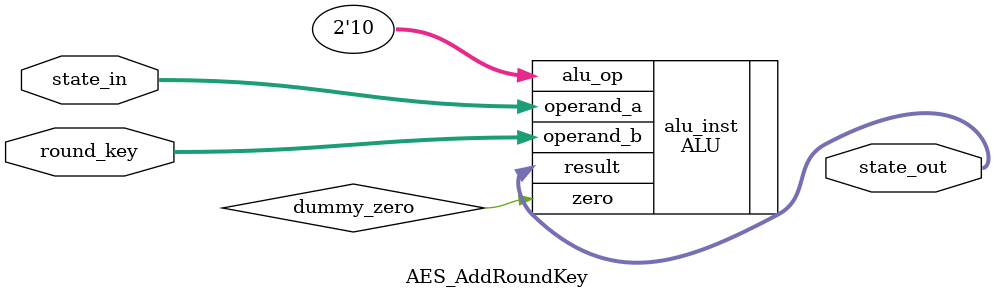
<source format=sv>
module AES_AddRoundKey (
    input  logic [127:0] state_in,   // 128-bit input state
    input  logic [127:0] round_key,  // 128-bit round key
    output logic [127:0] state_out   // 128-bit output state after AddRoundKey
);

  // Dummy signal for the ALU zero output, not used in AddRoundKey.
  logic dummy_zero;

  // Instantiate the ALU module with WIDTH set to 128.
  // Set alu_op to 2'b10 to perform the XOR operation.
  ALU #(.WIDTH(128)) alu_inst (
      .operand_a(state_in),
      .operand_b(round_key),
      .alu_op(2'b10),       // XOR operation
      .result(state_out),
      .zero(dummy_zero)
  );

endmodule

</source>
